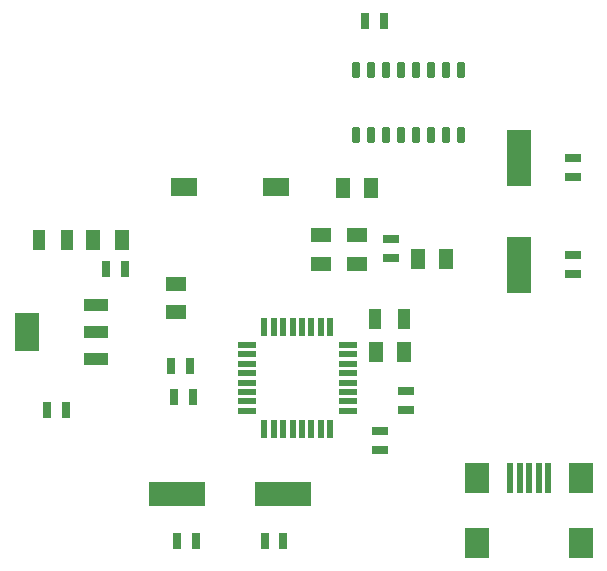
<source format=gtp>
G04*
G04 #@! TF.GenerationSoftware,Altium Limited,Altium Designer,22.9.1 (49)*
G04*
G04 Layer_Color=8421504*
%FSLAX25Y25*%
%MOIN*%
G70*
G04*
G04 #@! TF.SameCoordinates,98696D13-EABD-4F9F-9DF4-DD99C549A471*
G04*
G04*
G04 #@! TF.FilePolarity,Positive*
G04*
G01*
G75*
%ADD17R,0.18701X0.07874*%
%ADD18R,0.04724X0.07087*%
%ADD19R,0.05512X0.03150*%
%ADD20R,0.04331X0.06693*%
%ADD21R,0.08465X0.03937*%
%ADD22R,0.08465X0.12795*%
%ADD23R,0.08465X0.03937*%
%ADD24R,0.03150X0.05512*%
%ADD25R,0.01968X0.09843*%
%ADD26R,0.07874X0.09843*%
G04:AMPARAMS|DCode=27|XSize=51.58mil|YSize=24.41mil|CornerRadius=3.05mil|HoleSize=0mil|Usage=FLASHONLY|Rotation=90.000|XOffset=0mil|YOffset=0mil|HoleType=Round|Shape=RoundedRectangle|*
%AMROUNDEDRECTD27*
21,1,0.05158,0.01831,0,0,90.0*
21,1,0.04547,0.02441,0,0,90.0*
1,1,0.00610,0.00915,0.02274*
1,1,0.00610,0.00915,-0.02274*
1,1,0.00610,-0.00915,-0.02274*
1,1,0.00610,-0.00915,0.02274*
%
%ADD27ROUNDEDRECTD27*%
%ADD28R,0.07087X0.04724*%
%ADD29R,0.07874X0.18701*%
%ADD30R,0.05906X0.02165*%
%ADD31R,0.02165X0.05906*%
%ADD32R,0.08583X0.06299*%
D17*
X114173Y32677D02*
D03*
X78740D02*
D03*
D18*
X133858Y134646D02*
D03*
X143307D02*
D03*
X159055Y111024D02*
D03*
X168504D02*
D03*
X50787Y117323D02*
D03*
X60236D02*
D03*
X154508Y79866D02*
D03*
X145059D02*
D03*
D19*
X150000Y117717D02*
D03*
Y111417D02*
D03*
X210630Y144488D02*
D03*
Y138189D02*
D03*
Y105905D02*
D03*
Y112205D02*
D03*
X155118Y66929D02*
D03*
Y60630D02*
D03*
X146457Y53543D02*
D03*
Y47244D02*
D03*
D20*
X154232Y90866D02*
D03*
X144783D02*
D03*
X32677Y117323D02*
D03*
X42126D02*
D03*
D21*
X51575Y95669D02*
D03*
Y86614D02*
D03*
D22*
X28740D02*
D03*
D23*
X51575Y77559D02*
D03*
D24*
X61417Y107480D02*
D03*
X55118D02*
D03*
X41732Y60630D02*
D03*
X35433D02*
D03*
X141339Y190157D02*
D03*
X147638D02*
D03*
X78740Y16929D02*
D03*
X85039D02*
D03*
X76772Y75197D02*
D03*
X83071D02*
D03*
X83858Y64961D02*
D03*
X77559D02*
D03*
X107874Y16929D02*
D03*
X114173D02*
D03*
D25*
X189764Y38091D02*
D03*
X192913D02*
D03*
X196063D02*
D03*
X199213D02*
D03*
X202362D02*
D03*
D26*
X178740D02*
D03*
X213386D02*
D03*
Y16437D02*
D03*
X178740D02*
D03*
D27*
X138406Y173819D02*
D03*
X143405D02*
D03*
X173406Y152165D02*
D03*
X168405Y173819D02*
D03*
Y152165D02*
D03*
X158405D02*
D03*
X173406Y173819D02*
D03*
X163406Y152165D02*
D03*
Y173819D02*
D03*
X158405D02*
D03*
X148406D02*
D03*
X153405Y152165D02*
D03*
X148406D02*
D03*
X138406D02*
D03*
X153405Y173819D02*
D03*
X143405Y152165D02*
D03*
D28*
X126772Y118898D02*
D03*
Y109449D02*
D03*
X138583Y118898D02*
D03*
Y109449D02*
D03*
X78347Y102756D02*
D03*
Y93307D02*
D03*
D29*
X192520Y109055D02*
D03*
Y144488D02*
D03*
D30*
X101854Y82390D02*
D03*
Y79240D02*
D03*
Y76091D02*
D03*
Y72941D02*
D03*
Y69791D02*
D03*
Y66642D02*
D03*
Y63492D02*
D03*
Y60343D02*
D03*
X135713D02*
D03*
Y63492D02*
D03*
Y66642D02*
D03*
Y69791D02*
D03*
Y72941D02*
D03*
Y76091D02*
D03*
Y79240D02*
D03*
Y82390D02*
D03*
D31*
X107760Y54437D02*
D03*
X110909D02*
D03*
X114059D02*
D03*
X117209D02*
D03*
X120358D02*
D03*
X123508D02*
D03*
X126657D02*
D03*
X129807D02*
D03*
Y88295D02*
D03*
X126657D02*
D03*
X123508D02*
D03*
X120358D02*
D03*
X117209D02*
D03*
X114059D02*
D03*
X110909D02*
D03*
X107760D02*
D03*
D32*
X81102Y135039D02*
D03*
X111811D02*
D03*
M02*

</source>
